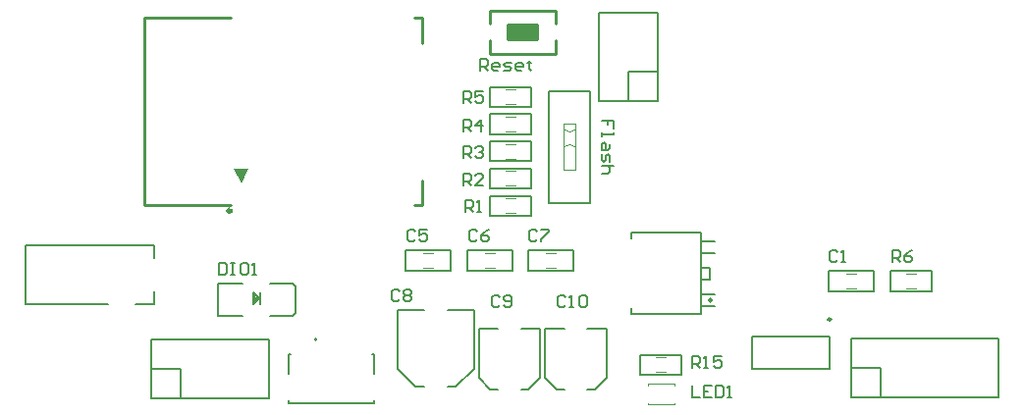
<source format=gto>
G04 Layer_Color=65535*
%FSTAX24Y24*%
%MOIN*%
G70*
G01*
G75*
%ADD29C,0.0100*%
%ADD43C,0.0010*%
%ADD44C,0.0118*%
%ADD45C,0.0079*%
%ADD46C,0.0098*%
%ADD47C,0.0050*%
%ADD48C,0.0010*%
%ADD49C,0.0040*%
%ADD50C,0.0080*%
%ADD51R,0.1000X0.0500*%
G36*
X026097Y027147D02*
X025847Y027647D01*
X026347D01*
X026097Y027147D01*
D02*
G37*
D29*
X036757Y03157D02*
Y03202D01*
Y03258D02*
Y03303D01*
X034537D02*
X036757D01*
X034537Y03157D02*
X036757D01*
X035147Y03205D02*
X036147D01*
X035147D02*
Y03255D01*
X036147D01*
Y03205D02*
Y03255D01*
X034537Y03157D02*
Y03202D01*
Y03258D02*
Y03303D01*
X022802Y026417D02*
X025736D01*
X03197D02*
X032227D01*
X022802Y032782D02*
X025737D01*
X03197D02*
X032227D01*
X022802Y026417D02*
Y032782D01*
X032227Y026417D02*
Y027264D01*
Y031935D02*
Y032782D01*
D43*
X03705Y028991D02*
G03*
X037444Y028991I000197J000197D01*
G01*
Y0284D02*
G03*
X03705Y0284I-000197J-000197D01*
G01*
Y027613D02*
Y029187D01*
Y027613D02*
X037444D01*
Y029187D01*
D44*
X025753Y026233D02*
G03*
X025753Y026233I-000059J0D01*
G01*
D45*
X028655Y021864D02*
G03*
X028655Y021864I-000039J0D01*
G01*
X024047Y01985D02*
Y02085D01*
X023047D02*
X024047D01*
X023047Y01985D02*
Y02185D01*
X027047D01*
Y01985D02*
Y02185D01*
X023047Y01985D02*
X027047D01*
X039247Y03095D02*
X040247D01*
X039247Y02995D02*
Y03095D01*
X038247Y02995D02*
X040247D01*
X038247D02*
Y03295D01*
X040247D01*
Y02995D02*
Y03295D01*
X047797Y0199D02*
Y0209D01*
X046797D02*
X047797D01*
X046797Y0199D02*
Y0219D01*
X048797D01*
X051797D01*
Y0199D02*
Y0219D01*
X046797Y0199D02*
X051797D01*
X043428Y020849D02*
Y021951D01*
X046066Y020849D02*
Y021951D01*
X043428Y020849D02*
X046066D01*
X043428Y021951D02*
X046066D01*
X018771Y023076D02*
Y025044D01*
X023141Y023076D02*
Y023509D01*
X022511Y023076D02*
X023141D01*
Y024611D02*
Y025044D01*
X018771D02*
X023141D01*
X018771Y023076D02*
X021566D01*
X026748Y023053D02*
Y023447D01*
X026552Y023132D02*
Y023368D01*
X026512Y023053D02*
Y023447D01*
Y023053D02*
X026709Y02325D01*
X026611Y023191D02*
Y023309D01*
X026512Y023447D02*
X026709Y02325D01*
X02707Y02265D02*
X027847D01*
X02707Y02375D02*
X027847D01*
X025297D02*
X026125D01*
X025297Y02265D02*
X026125D01*
X027947Y02275D02*
Y02365D01*
X027847Y02375D02*
X027947Y02365D01*
X027847Y02265D02*
X027947Y02275D01*
X025297Y02265D02*
Y02375D01*
D46*
X046115Y022542D02*
G03*
X046115Y022542I-000049J0D01*
G01*
X042072Y0232D02*
G03*
X042072Y0232I-000049J0D01*
G01*
D47*
X03655Y03029D02*
X037944D01*
Y02651D02*
Y03029D01*
X03655Y02651D02*
X037944D01*
X03655D02*
Y03029D01*
X037944D01*
Y02651D02*
Y03029D01*
X03655Y02651D02*
X037944D01*
X03655D02*
Y03029D01*
X031398Y020861D02*
X032008Y020251D01*
X033386D02*
X033996Y020861D01*
Y022849D01*
X031398Y020861D02*
Y022849D01*
X033091D02*
X033996D01*
X031398D02*
X032304D01*
X032008Y020251D02*
X032304D01*
X033091D02*
X033386D01*
X034547Y026988D02*
X035947D01*
Y027657D01*
X034547D02*
X035947D01*
X034547Y026988D02*
Y027657D01*
Y02606D02*
X035947D01*
Y02673D01*
X034547D02*
X035947D01*
X034547Y02606D02*
Y02673D01*
Y029513D02*
X035947D01*
X034547Y028842D02*
Y029513D01*
Y028842D02*
X035947D01*
Y029513D01*
X034547Y028585D02*
X035947D01*
X034547Y027915D02*
Y028585D01*
Y027915D02*
X035947D01*
Y028585D01*
X034547Y03044D02*
X035947D01*
X034547Y02977D02*
Y03044D01*
Y02977D02*
X035947D01*
Y03044D01*
X04815Y02351D02*
X04955D01*
Y02418D01*
X04815D02*
X04955D01*
X04815Y02351D02*
Y02418D01*
X04603Y02351D02*
Y02418D01*
X04756D01*
Y02351D02*
Y02418D01*
X04603Y02351D02*
X04756D01*
X027691Y019679D02*
X030604D01*
Y019785D01*
X027691Y019679D02*
Y019785D01*
X030533Y021372D02*
X030604D01*
X027691D02*
X027761D01*
X030604Y020681D02*
Y021372D01*
X027691Y020681D02*
Y021372D01*
X039326Y022722D02*
X041688D01*
X039326Y025478D02*
X041688D01*
Y022998D02*
X04216D01*
X041688D02*
Y023391D01*
X04216D01*
X042003Y023903D02*
Y024297D01*
X041688D02*
X042003D01*
X041688Y023903D02*
Y024297D01*
Y023903D02*
X042003D01*
X041688Y025202D02*
X04216D01*
X041688Y024809D02*
Y025202D01*
Y024809D02*
X04216D01*
X041688Y022722D02*
Y025478D01*
X039326Y025281D02*
Y025478D01*
Y022722D02*
Y022919D01*
X039647Y02066D02*
X041047D01*
Y02133D01*
X039647D02*
X041047D01*
X039647Y02066D02*
Y02133D01*
X03583Y02421D02*
Y02488D01*
X03736D01*
Y02421D02*
Y02488D01*
X03583Y02421D02*
X03736D01*
X03378D02*
Y02488D01*
X03531D01*
Y02421D02*
Y02488D01*
X03378Y02421D02*
X03531D01*
X03168D02*
Y02488D01*
X03321D01*
Y02421D02*
Y02488D01*
X03168Y02421D02*
X03321D01*
X036404Y02055D02*
X036798Y020157D01*
X038097D02*
X038491Y02055D01*
Y022243D01*
X036404Y02055D02*
Y022243D01*
X037841D02*
X038491D01*
X036404D02*
X037054D01*
X036798Y020157D02*
X037054D01*
X037841D02*
X038097D01*
X034154Y02055D02*
X034548Y020157D01*
X035847D02*
X036241Y02055D01*
Y022243D01*
X034154Y02055D02*
Y022243D01*
X035591D02*
X036241D01*
X034154D02*
X034804D01*
X034548Y020157D02*
X034804D01*
X035591D02*
X035847D01*
D48*
X03705Y029187D02*
X037444D01*
D49*
X035077Y027578D02*
X035417D01*
X035077Y027078D02*
X035417D01*
X035077Y02665D02*
X035417D01*
X035077Y02615D02*
X035417D01*
X035077Y028923D02*
X035417D01*
X035077Y029423D02*
X035417D01*
X035077Y027995D02*
X035417D01*
X035077Y028495D02*
X035417D01*
X035077Y02985D02*
X035417D01*
X035077Y03035D02*
X035417D01*
X04868Y0241D02*
X04902D01*
X04868Y0236D02*
X04902D01*
X04663D02*
X04697D01*
X04663Y0241D02*
X04697D01*
X040177Y02125D02*
X040517D01*
X040177Y02075D02*
X040517D01*
X03643Y0243D02*
X03677D01*
X03643Y0248D02*
X03677D01*
X03438Y0243D02*
X03472D01*
X03438Y0248D02*
X03472D01*
X03228Y0243D02*
X03262D01*
X03228Y0248D02*
X03262D01*
X039897Y01965D02*
Y0197D01*
Y01965D02*
X040797D01*
Y0197D01*
X039897Y0203D02*
Y02035D01*
X040797D01*
Y0203D02*
Y02035D01*
D50*
X038747Y029033D02*
Y0293D01*
X038547D01*
Y029167D01*
Y0293D01*
X038347D01*
Y0289D02*
Y028767D01*
Y028833D01*
X038747D01*
Y0289D01*
X038614Y0285D02*
Y028367D01*
X038547Y0283D01*
X038347D01*
Y0285D01*
X038414Y028567D01*
X038481Y0285D01*
Y0283D01*
X038347Y028167D02*
Y027967D01*
X038414Y0279D01*
X038481Y027967D01*
Y0281D01*
X038547Y028167D01*
X038614Y0281D01*
Y0279D01*
X038747Y027767D02*
X038347D01*
X038547D01*
X038614Y027701D01*
Y027567D01*
X038547Y027501D01*
X038347D01*
X031464Y023483D02*
X031397Y02355D01*
X031264D01*
X031197Y023483D01*
Y023217D01*
X031264Y02315D01*
X031397D01*
X031464Y023217D01*
X031597Y023483D02*
X031664Y02355D01*
X031797D01*
X031864Y023483D01*
Y023417D01*
X031797Y02335D01*
X031864Y023283D01*
Y023217D01*
X031797Y02315D01*
X031664D01*
X031597Y023217D01*
Y023283D01*
X031664Y02335D01*
X031597Y023417D01*
Y023483D01*
X031664Y02335D02*
X031797D01*
X033647Y027078D02*
Y027477D01*
X033847D01*
X033914Y027411D01*
Y027277D01*
X033847Y027211D01*
X033647D01*
X033781D02*
X033914Y027078D01*
X034314D02*
X034047D01*
X034314Y027344D01*
Y027411D01*
X034247Y027477D01*
X034114D01*
X034047Y027411D01*
X033714Y0262D02*
Y0266D01*
X033914D01*
X03398Y026533D01*
Y0264D01*
X033914Y026333D01*
X033714D01*
X033847D02*
X03398Y0262D01*
X034114D02*
X034247D01*
X03418D01*
Y0266D01*
X034114Y026533D01*
X033647Y028942D02*
Y029342D01*
X033847D01*
X033914Y029276D01*
Y029142D01*
X033847Y029076D01*
X033647D01*
X033781D02*
X033914Y028942D01*
X034247D02*
Y029342D01*
X034047Y029142D01*
X034314D01*
X034197Y031D02*
Y0314D01*
X034397D01*
X034464Y031333D01*
Y0312D01*
X034397Y031133D01*
X034197D01*
X034331D02*
X034464Y031D01*
X034797D02*
X034664D01*
X034597Y031067D01*
Y0312D01*
X034664Y031267D01*
X034797D01*
X034864Y0312D01*
Y031133D01*
X034597D01*
X034997Y031D02*
X035197D01*
X035264Y031067D01*
X035197Y031133D01*
X035064D01*
X034997Y0312D01*
X035064Y031267D01*
X035264D01*
X035597Y031D02*
X035464D01*
X035397Y031067D01*
Y0312D01*
X035464Y031267D01*
X035597D01*
X035663Y0312D01*
Y031133D01*
X035397D01*
X035863Y031333D02*
Y031267D01*
X035797D01*
X03593D01*
X035863D01*
Y031067D01*
X03593Y031D01*
X033647Y028035D02*
Y028435D01*
X033847D01*
X033914Y028368D01*
Y028235D01*
X033847Y028168D01*
X033647D01*
X033781D02*
X033914Y028035D01*
X034047Y028368D02*
X034114Y028435D01*
X034247D01*
X034314Y028368D01*
Y028302D01*
X034247Y028235D01*
X03418D01*
X034247D01*
X034314Y028168D01*
Y028102D01*
X034247Y028035D01*
X034114D01*
X034047Y028102D01*
X033647Y02989D02*
Y03029D01*
X033847D01*
X033914Y030223D01*
Y03009D01*
X033847Y030023D01*
X033647D01*
X033781D02*
X033914Y02989D01*
X034314Y03029D02*
X034047D01*
Y03009D01*
X03418Y030157D01*
X034247D01*
X034314Y03009D01*
Y029957D01*
X034247Y02989D01*
X034114D01*
X034047Y029957D01*
X0482Y02448D02*
Y02488D01*
X0484D01*
X048467Y024813D01*
Y02468D01*
X0484Y024613D01*
X0482D01*
X048333D02*
X048467Y02448D01*
X048866Y02488D02*
X048733Y024813D01*
X0486Y02468D01*
Y024547D01*
X048667Y02448D01*
X0488D01*
X048866Y024547D01*
Y024613D01*
X0488Y02468D01*
X0486D01*
X046347Y024813D02*
X04628Y02488D01*
X046147D01*
X04608Y024813D01*
Y024547D01*
X046147Y02448D01*
X04628D01*
X046347Y024547D01*
X04648Y02448D02*
X046613D01*
X046547D01*
Y02488D01*
X04648Y024813D01*
X02534Y02447D02*
Y02407D01*
X02554D01*
X025607Y024137D01*
Y024403D01*
X02554Y02447D01*
X02534D01*
X02574D02*
X025873D01*
X025807D01*
Y02407D01*
X02574D01*
X025873D01*
X026273Y02447D02*
X02614D01*
X026073Y024403D01*
Y024137D01*
X02614Y02407D01*
X026273D01*
X02634Y024137D01*
Y024403D01*
X026273Y02447D01*
X026473Y02407D02*
X026606D01*
X02654D01*
Y02447D01*
X026473Y024403D01*
X0414Y02089D02*
Y02129D01*
X0416D01*
X041667Y021223D01*
Y02109D01*
X0416Y021023D01*
X0414D01*
X041533D02*
X041667Y02089D01*
X0418D02*
X041933D01*
X041867D01*
Y02129D01*
X0418Y021223D01*
X0424Y02129D02*
X042133D01*
Y02109D01*
X042266Y021157D01*
X042333D01*
X0424Y02109D01*
Y020957D01*
X042333Y02089D01*
X0422D01*
X042133Y020957D01*
X036147Y025523D02*
X03608Y02559D01*
X035947D01*
X03588Y025523D01*
Y025257D01*
X035947Y02519D01*
X03608D01*
X036147Y025257D01*
X03628Y02559D02*
X036546D01*
Y025523D01*
X03628Y025257D01*
Y02519D01*
X034107Y025523D02*
X03404Y02559D01*
X033907D01*
X03384Y025523D01*
Y025257D01*
X033907Y02519D01*
X03404D01*
X034107Y025257D01*
X034506Y02559D02*
X034373Y025523D01*
X03424Y02539D01*
Y025257D01*
X034307Y02519D01*
X03444D01*
X034506Y025257D01*
Y025323D01*
X03444Y02539D01*
X03424D01*
X032007Y025523D02*
X03194Y02559D01*
X031807D01*
X03174Y025523D01*
Y025257D01*
X031807Y02519D01*
X03194D01*
X032007Y025257D01*
X032406Y02559D02*
X03214D01*
Y02539D01*
X032273Y025457D01*
X03234D01*
X032406Y02539D01*
Y025257D01*
X03234Y02519D01*
X032207D01*
X03214Y025257D01*
X037117Y023293D02*
X03705Y02336D01*
X036917D01*
X03685Y023293D01*
Y023027D01*
X036917Y02296D01*
X03705D01*
X037117Y023027D01*
X03725Y02296D02*
X037383D01*
X037317D01*
Y02336D01*
X03725Y023293D01*
X037583D02*
X03765Y02336D01*
X037783D01*
X03785Y023293D01*
Y023027D01*
X037783Y02296D01*
X03765D01*
X037583Y023027D01*
Y023293D01*
X034867D02*
X0348Y02336D01*
X034667D01*
X0346Y023293D01*
Y023027D01*
X034667Y02296D01*
X0348D01*
X034867Y023027D01*
X035D02*
X035067Y02296D01*
X0352D01*
X035266Y023027D01*
Y023293D01*
X0352Y02336D01*
X035067D01*
X035Y023293D01*
Y023227D01*
X035067Y02316D01*
X035266D01*
X04139Y0203D02*
Y0199D01*
X041657D01*
X042056Y0203D02*
X04179D01*
Y0199D01*
X042056D01*
X04179Y0201D02*
X041923D01*
X04219Y0203D02*
Y0199D01*
X04239D01*
X042456Y019967D01*
Y020233D01*
X04239Y0203D01*
X04219D01*
X04259Y0199D02*
X042723D01*
X042656D01*
Y0203D01*
X04259Y020233D01*
D51*
X035647Y0323D02*
D03*
M02*

</source>
